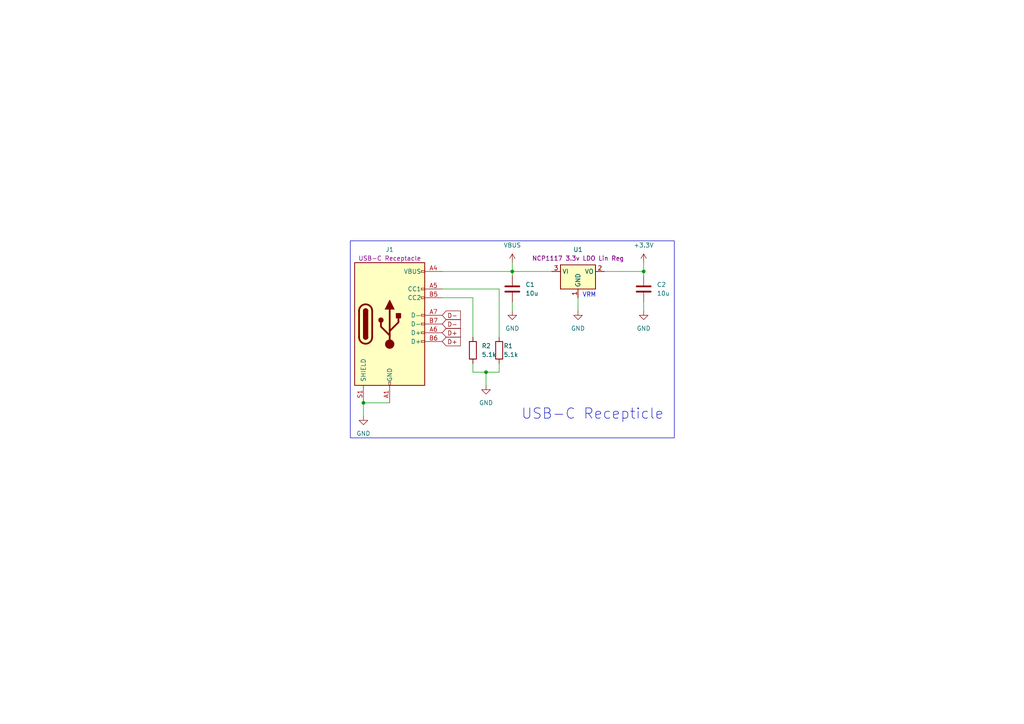
<source format=kicad_sch>
(kicad_sch (version 20230121) (generator eeschema)
  (paper "A4")
  (lib_symbols
    (symbol "Connector:USB_C_Receptacle_USB2.0_14P" (pin_names (offset 1.016))
      (property "Reference" "J" (at 0 22.225 0))
      (property "Value" "USB_C_Receptacle_USB2.0_14P" (at 0 19.685 0))
      (symbol "USB_C_Receptacle_USB2.0_14P_0_0"
        (rectangle (start -0.254 -17.78) (end 0.254 -16.764))
        (rectangle (start 10.16 -4.826) (end 9.144 -5.334))
        (rectangle (start 10.16 -2.286) (end 9.144 -2.794))
        (rectangle (start 10.16 0.254) (end 9.144 -0.254))
        (rectangle (start 10.16 2.794) (end 9.144 2.286))
        (rectangle (start 10.16 7.874) (end 9.144 7.366))
        (rectangle (start 10.16 10.414) (end 9.144 9.906))
        (rectangle (start 10.16 15.494) (end 9.144 14.986))
      )
      (symbol "USB_C_Receptacle_USB2.0_14P_0_1"
        (rectangle (start -10.16 17.78) (end 10.16 -17.78) (stroke (width 0.254)) (fill (type background)))
        (arc (start -8.89 -3.81) (mid -6.985 -5.7067) (end -5.08 -3.81) (stroke (width 0.508)))
        (arc (start -7.62 -3.81) (mid -6.985 -4.4423) (end -6.35 -3.81) (stroke (width 0.254)))
        (arc (start -7.62 -3.81) (mid -6.985 -4.4423) (end -6.35 -3.81) (stroke (width 0.254)) (fill (type outline)))
        (rectangle (start -7.62 -3.81) (end -6.35 3.81) (stroke (width 0.254)) (fill (type outline)))
        (arc (start -6.35 3.81) (mid -6.985 4.4423) (end -7.62 3.81) (stroke (width 0.254)))
        (arc (start -6.35 3.81) (mid -6.985 4.4423) (end -7.62 3.81) (stroke (width 0.254)) (fill (type outline)))
        (arc (start -5.08 3.81) (mid -6.985 5.7067) (end -8.89 3.81) (stroke (width 0.508)))
        (circle (center -2.54 1.143) (radius 0.635) (stroke (width 0.254)) (fill (type outline)))
        (circle (center 0 -5.842) (radius 1.27) (fill (type outline)))
        (polyline (pts (xy -8.89 -3.81) (xy -8.89 3.81)) (stroke (width 0.508)))
        (polyline (pts (xy -5.08 3.81) (xy -5.08 -3.81)) (stroke (width 0.508)))
        (polyline (pts (xy 0 -5.842) (xy 0 4.318)) (stroke (width 0.508)))
        (polyline (pts (xy 0 -3.302) (xy -2.54 -0.762) (xy -2.54 0.508)) (stroke (width 0.508)))
        (polyline (pts (xy 0 -2.032) (xy 2.54 0.508) (xy 2.54 1.778)) (stroke (width 0.508)))
        (polyline (pts (xy -1.27 4.318) (xy 0 6.858) (xy 1.27 4.318) (xy -1.27 4.318)) (stroke (width 0.254)) (fill (type outline)))
        (rectangle (start 1.905 1.778) (end 3.175 3.048) (stroke (width 0.254)) (fill (type outline)))
      )
      (symbol "USB_C_Receptacle_USB2.0_14P_1_1"
        (pin passive line (at 0 -22.86 90) (length 5.08) (name "GND") (number "A1"))
        (pin passive line (at 0 -22.86 90) (length 5.08) hide (name "GND") (number "A12"))
        (pin passive line (at 15.24 15.24 180) (length 5.08) (name "VBUS") (number "A4"))
        (pin bidirectional line (at 15.24 10.16 180) (length 5.08) (name "CC1") (number "A5"))
        (pin bidirectional line (at 15.24 -2.54 180) (length 5.08) (name "D+") (number "A6"))
        (pin bidirectional line (at 15.24 2.54 180) (length 5.08) (name "D-") (number "A7"))
        (pin passive line (at 15.24 15.24 180) (length 5.08) hide (name "VBUS") (number "A9"))
        (pin passive line (at 0 -22.86 90) (length 5.08) hide (name "GND") (number "B1"))
        (pin passive line (at 0 -22.86 90) (length 5.08) hide (name "GND") (number "B12"))
        (pin passive line (at 15.24 15.24 180) (length 5.08) hide (name "VBUS") (number "B4"))
        (pin bidirectional line (at 15.24 7.62 180) (length 5.08) (name "CC2") (number "B5"))
        (pin bidirectional line (at 15.24 -5.08 180) (length 5.08) (name "D+") (number "B6"))
        (pin bidirectional line (at 15.24 0 180) (length 5.08) (name "D-") (number "B7"))
        (pin passive line (at 15.24 15.24 180) (length 5.08) hide (name "VBUS") (number "B9"))
        (pin passive line (at -7.62 -22.86 90) (length 5.08) (name "SHIELD") (number "S1"))
      )
    )
    (symbol "Device:C" (pin_numbers hide) (pin_names (offset 0.254))
      (property "Reference" "C" (at 0.635 2.54 0))
      (property "Value" "C" (at 0.635 -2.54 0))
      (symbol "C_0_1"
        (polyline (pts (xy -2.032 -0.762) (xy 2.032 -0.762)) (stroke (width 0.508)))
        (polyline (pts (xy -2.032 0.762) (xy 2.032 0.762)) (stroke (width 0.508)))
      )
      (symbol "C_1_1"
        (pin passive line (at 0 3.81 270) (length 2.794) (name "~") (number "1"))
        (pin passive line (at 0 -3.81 90) (length 2.794) (name "~") (number "2"))
      )
    )
    (symbol "Device:R" (pin_numbers hide) (pin_names (offset 0))
      (property "Reference" "R" (at 2.032 0 90))
      (property "Value" "R" (at 0 0 90))
      (symbol "R_0_1"
        (rectangle (start -1.016 -2.54) (end 1.016 2.54) (stroke (width 0.254)))
      )
      (symbol "R_1_1"
        (pin passive line (at 0 3.81 270) (length 1.27) (name "~") (number "1"))
        (pin passive line (at 0 -3.81 90) (length 1.27) (name "~") (number "2"))
      )
    )
    (symbol "Regulator_Linear:NCP1117-3.3_SOT223"
      (property "Reference" "U" (at -3.81 3.175 0))
      (property "Value" "NCP1117-3.3_SOT223" (at 0 3.175 0))
      (symbol "NCP1117-3.3_SOT223_0_1"
        (rectangle (start -5.08 -5.08) (end 5.08 1.905) (stroke (width 0.254)) (fill (type background)))
      )
      (symbol "NCP1117-3.3_SOT223_1_1"
        (pin power_in line (at 0 -7.62 90) (length 2.54) (name "GND") (number "1"))
        (pin power_out line (at 7.62 0 180) (length 2.54) (name "VO") (number "2"))
        (pin power_in line (at -7.62 0 0) (length 2.54) (name "VI") (number "3"))
      )
    )
    (symbol "power:+3.3V" (power) (pin_names (offset 0))
      (property "Value" "+3.3V" (at 0 3.556 0))
      (symbol "+3.3V_0_1"
        (polyline (pts (xy -0.762 1.27) (xy 0 2.54)))
        (polyline (pts (xy 0 0) (xy 0 2.54)))
        (polyline (pts (xy 0 2.54) (xy 0.762 1.27)))
      )
      (symbol "+3.3V_1_1"
        (pin power_in line (at 0 0 90) (length 0) hide (name "+3.3V") (number "1"))
      )
    )
    (symbol "power:GND" (power) (pin_names (offset 0))
      (property "Value" "GND" (at 0 -3.81 0))
      (symbol "GND_0_1"
        (polyline (pts (xy 0 0) (xy 0 -1.27) (xy 1.27 -1.27) (xy 0 -2.54) (xy -1.27 -1.27) (xy 0 -1.27)))
      )
      (symbol "GND_1_1"
        (pin power_in line (at 0 0 270) (length 0) hide (name "GND") (number "1"))
      )
    )
    (symbol "power:VBUS" (power) (pin_names (offset 0))
      (property "Value" "VBUS" (at 0 3.81 0))
      (symbol "VBUS_0_1"
        (polyline (pts (xy -0.762 1.27) (xy 0 2.54)))
        (polyline (pts (xy 0 0) (xy 0 2.54)))
        (polyline (pts (xy 0 2.54) (xy 0.762 1.27)))
      )
      (symbol "VBUS_1_1"
        (pin power_in line (at 0 0 90) (length 0) hide (name "VBUS") (number "1"))
      )
    )
  )
  (junction (at 148.59 78.74))
  (junction (at 140.97 107.95))
  (junction (at 186.69 78.74))
  (junction (at 105.41 116.84))
  (wire (pts (xy 144.78 107.95) (xy 144.78 105.41)))
  (wire (pts (xy 140.97 107.95) (xy 144.78 107.95)))
  (wire (pts (xy 148.59 90.17) (xy 148.59 87.63)))
  (wire (pts (xy 137.16 105.41) (xy 137.16 107.95)))
  (wire (pts (xy 105.41 116.84) (xy 113.03 116.84)))
  (wire (pts (xy 186.69 90.17) (xy 186.69 87.63)))
  (wire (pts (xy 128.27 83.82) (xy 144.78 83.82)))
  (wire (pts (xy 128.27 78.74) (xy 148.59 78.74)))
  (wire (pts (xy 137.16 86.36) (xy 137.16 97.79)))
  (wire (pts (xy 105.41 116.84) (xy 105.41 120.65)))
  (wire (pts (xy 140.97 107.95) (xy 140.97 111.76)))
  (wire (pts (xy 186.69 76.2) (xy 186.69 78.74)))
  (wire (pts (xy 175.26 78.74) (xy 186.69 78.74)))
  (wire (pts (xy 144.78 83.82) (xy 144.78 97.79)))
  (wire (pts (xy 128.27 86.36) (xy 137.16 86.36)))
  (wire (pts (xy 186.69 78.74) (xy 186.69 80.01)))
  (wire (pts (xy 137.16 107.95) (xy 140.97 107.95)))
  (wire (pts (xy 167.64 86.36) (xy 167.64 90.17)))
  (wire (pts (xy 148.59 76.2) (xy 148.59 78.74)))
  (wire (pts (xy 148.59 80.01) (xy 148.59 78.74)))
  (wire (pts (xy 160.02 78.74) (xy 148.59 78.74)))
  (rectangle (start 101.6 69.85) (end 195.58 127))
  (text "VRM" (at 168.91 86.36 0) (effects (font (size 1.27 1.27)) (justify left bottom)))
  (text "USB-C Recepticle" (at 151.13 121.92 0) (effects (font (size 3 3)) (justify left bottom)))
  (global_label "D+" (shape input) (at 128.27 99.06 0) (property "Intersheetrefs" "${INTERSHEET_REFS}" (effects hide)))
  (global_label "D-" (shape input) (at 128.27 91.44 0) (property "Intersheetrefs" "${INTERSHEET_REFS}" (effects hide)))
  (global_label "D+" (shape input) (at 128.27 96.52 0) (property "Intersheetrefs" "${INTERSHEET_REFS}" (effects hide)))
  (global_label "D-" (shape input) (at 128.27 93.98 0) (property "Intersheetrefs" "${INTERSHEET_REFS}" (effects hide)))
  (symbol (lib_id "power:GND") (at 140.97 111.76 0) (unit 1)
    (property "Reference" "#PWR07" (effects hide))
    (property "Value" "GND" (at 140.97 116.84 0))
  )
  (symbol (lib_id "Device:R") (at 144.78 101.6 0) (unit 1)
    (property "Reference" "R1" (at 146.05 100.33 0) (effects (justify left)))
    (property "Value" "5.1k" (at 146.05 102.87 0) (effects (justify left)))
    (property "Footprint" "Resistor_SMD:R_0603_1608Metric" (effects hide))
    (property "DigiKey" "311-5.10KHRCT-ND" (effects hide))
  )
  (symbol (lib_id "power:+3.3V") (at 186.69 76.2 0) (unit 1)
    (property "Reference" "#PWR05" (effects hide))
    (property "Value" "+3.3V" (at 186.69 71.12 0))
  )
  (symbol (lib_id "Regulator_Linear:NCP1117-3.3_SOT223") (at 167.64 78.74 0) (unit 1)
    (property "Reference" "U1" (at 167.64 72.39 0))
    (property "Value" "NCP1117-3.3_SOT223" (effects hide))
    (property "Footprint" "Package_TO_SOT_SMD:SOT-223-3_TabPin2" (effects hide))
    (property "Datasheet" "http://www.onsemi.com/pub_link/Collateral/NCP1117-D.PDF" (effects hide))
    (property "DigiKey" "488-NCP1117IST33T3GCT-ND" (effects hide))
    (property "Name" "NCP1117 3.3v LDO Lin Reg" (at 167.64 74.93 0))
  )
  (symbol (lib_id "power:GND") (at 167.64 90.17 0) (unit 1)
    (property "Reference" "#PWR04" (effects hide))
    (property "Value" "GND" (at 167.64 95.25 0))
  )
  (symbol (lib_id "Connector:USB_C_Receptacle_USB2.0_14P") (at 113.03 93.98 0) (unit 1)
    (property "Reference" "J1" (at 113.03 72.39 0))
    (property "Value" "USB_C_Receptacle_USB2.0_14P" (effects hide))
    (property "Footprint" "ND68:USB_C_Receptacle_GCT_USB4105-GF-A" (effects hide))
    (property "Datasheet" "https://www.usb.org/sites/default/files/documents/usb_type-c.zip" (effects hide))
    (property "DigiKey" "2073-USB4105-GF-ACT-ND" (effects hide))
    (property "Name" "USB-C Receptacle" (at 113.03 74.93 0))
  )
  (symbol (lib_id "power:GND") (at 105.41 120.65 0) (unit 1)
    (property "Reference" "#PWR01" (effects hide))
    (property "Value" "GND" (at 105.41 125.73 0))
  )
  (symbol (lib_id "power:GND") (at 148.59 90.17 0) (unit 1)
    (property "Reference" "#PWR03" (effects hide))
    (property "Value" "GND" (at 148.59 95.25 0))
  )
  (symbol (lib_id "Device:C") (at 148.59 83.82 0) (unit 1)
    (property "Reference" "C1" (at 152.4 82.55 0) (effects (justify left)))
    (property "Value" "10u" (at 152.4 85.09 0) (effects (justify left)))
    (property "Footprint" "Capacitor_SMD:C_0805_2012Metric" (effects hide))
    (property "Datasheet" "https://mm.digikey.com/Volume0/opasdata/d220001/medias/docus/609/CL21A106KOQNNNE_Spec.pdf" (effects hide))
    (property "DigiKey" "1276-1096-1-ND" (effects hide))
  )
  (symbol (lib_id "Device:C") (at 186.69 83.82 0) (unit 1)
    (property "Reference" "C2" (at 190.5 82.55 0) (effects (justify left)))
    (property "Value" "10u" (at 190.5 85.09 0) (effects (justify left)))
    (property "Footprint" "Capacitor_SMD:C_0805_2012Metric" (effects hide))
    (property "Datasheet" "https://mm.digikey.com/Volume0/opasdata/d220001/medias/docus/609/CL21A106KOQNNNE_Spec.pdf" (effects hide))
    (property "DigiKey" "1276-1096-1-ND" (effects hide))
  )
  (symbol (lib_id "power:GND") (at 186.69 90.17 0) (unit 1)
    (property "Reference" "#PWR06" (effects hide))
    (property "Value" "GND" (at 186.69 95.25 0))
  )
  (symbol (lib_id "power:VBUS") (at 148.59 76.2 0) (unit 1)
    (property "Reference" "#PWR02" (effects hide))
    (property "Value" "VBUS" (at 148.59 71.12 0))
  )
  (symbol (lib_id "Device:R") (at 137.16 101.6 0) (unit 1)
    (property "Reference" "R2" (at 139.7 100.33 0) (effects (justify left)))
    (property "Value" "5.1k" (at 139.7 102.87 0) (effects (justify left)))
    (property "Footprint" "Resistor_SMD:R_0603_1608Metric" (effects hide))
    (property "DigiKey" "311-5.10KHRCT-ND" (effects hide))
  )
)
</source>
